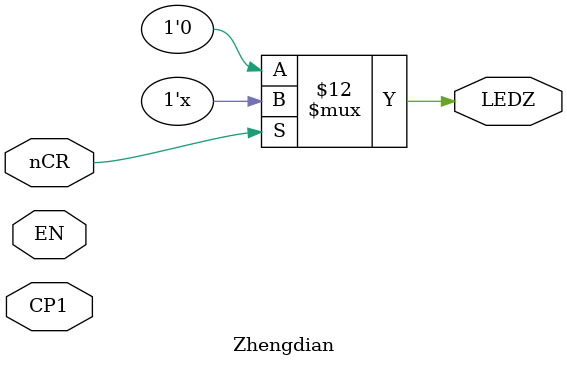
<source format=v>
`timescale 1ns / 1ps
module Zhengdian(
	input EN,CP1,nCR,
	output reg LEDZ
    );
	 
	 always@(CP1 or nCR)begin
		if(~nCR) LEDZ=0;
		else if (~EN) LEDZ=LEDZ;
		else LEDZ=~LEDZ;
	end

endmodule

</source>
